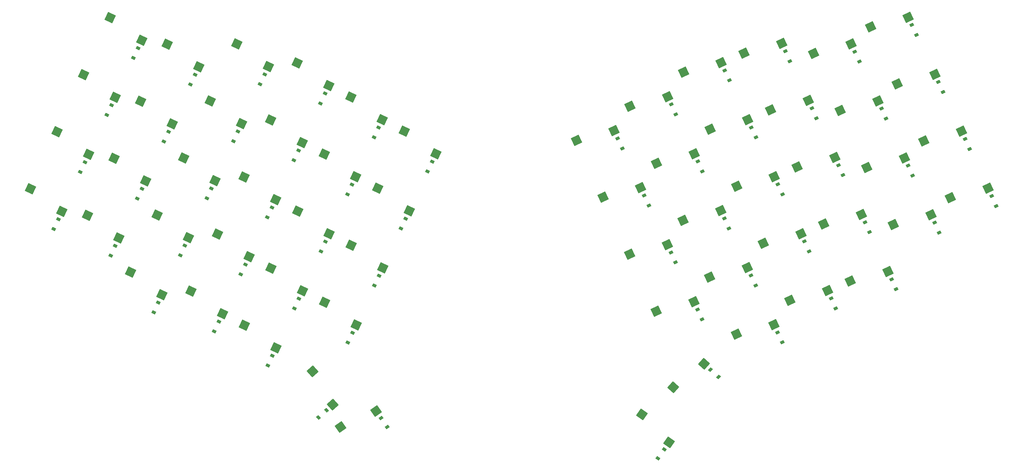
<source format=gbp>
%TF.GenerationSoftware,KiCad,Pcbnew,8.0.7*%
%TF.CreationDate,2024-12-23T04:44:47-05:00*%
%TF.ProjectId,mx,6d782e6b-6963-4616-945f-706362585858,v1.0.0*%
%TF.SameCoordinates,Original*%
%TF.FileFunction,Paste,Bot*%
%TF.FilePolarity,Positive*%
%FSLAX46Y46*%
G04 Gerber Fmt 4.6, Leading zero omitted, Abs format (unit mm)*
G04 Created by KiCad (PCBNEW 8.0.7) date 2024-12-23 04:44:47*
%MOMM*%
%LPD*%
G01*
G04 APERTURE LIST*
G04 Aperture macros list*
%AMRotRect*
0 Rectangle, with rotation*
0 The origin of the aperture is its center*
0 $1 length*
0 $2 width*
0 $3 Rotation angle, in degrees counterclockwise*
0 Add horizontal line*
21,1,$1,$2,0,0,$3*%
G04 Aperture macros list end*
%ADD10RotRect,0.900000X1.200000X65.000000*%
%ADD11RotRect,2.600000X2.600000X25.000000*%
%ADD12RotRect,0.900000X1.200000X115.000000*%
%ADD13RotRect,2.600000X2.600000X335.000000*%
%ADD14RotRect,0.900000X1.200000X55.000000*%
%ADD15RotRect,0.900000X1.200000X125.000000*%
%ADD16RotRect,2.600000X2.600000X48.000000*%
%ADD17RotRect,0.900000X1.200000X42.000000*%
%ADD18RotRect,2.600000X2.600000X312.000000*%
%ADD19RotRect,2.600000X2.600000X35.000000*%
%ADD20RotRect,2.600000X2.600000X325.000000*%
%ADD21RotRect,0.900000X1.200000X138.000000*%
G04 APERTURE END LIST*
D10*
X172366520Y-107758646D03*
X173761162Y-104767830D03*
D11*
X241702214Y-125886275D03*
X253099832Y-122998910D03*
X305459005Y-82308598D03*
X316856623Y-79421233D03*
D10*
X113683559Y-143452377D03*
X115078201Y-140461561D03*
D12*
X288010512Y-107712829D03*
X286615870Y-104722013D03*
D13*
X141062377Y-102484824D03*
X150600471Y-109359942D03*
D12*
X344666116Y-93982733D03*
X343271474Y-90991917D03*
D10*
X188575140Y-118075294D03*
X189969782Y-115084478D03*
X123954393Y-166502648D03*
X125349035Y-163511832D03*
D11*
X322724172Y-74257720D03*
X334121790Y-71370355D03*
X274012585Y-150099952D03*
X285410203Y-147212587D03*
D12*
X255593273Y-128346121D03*
X254198631Y-125355305D03*
X314383100Y-119192883D03*
X312988458Y-116202067D03*
D11*
X282170322Y-122518139D03*
X293567940Y-119630774D03*
D13*
X114689794Y-113964879D03*
X124227888Y-120839997D03*
D10*
X105632682Y-160717542D03*
X107027324Y-157726726D03*
X108716588Y-109027947D03*
X110111230Y-106037131D03*
D11*
X290221204Y-139783304D03*
X301618822Y-136895939D03*
D14*
X258328267Y-204917500D03*
X260221069Y-202214296D03*
D13*
X101671941Y-96805613D03*
X111210035Y-103680731D03*
D12*
X287903652Y-152559803D03*
X286509010Y-149568987D03*
D10*
X172473378Y-152605624D03*
X173868020Y-149614808D03*
X156157903Y-97441999D03*
X157552545Y-94451183D03*
X140163011Y-176819299D03*
X141557653Y-173828483D03*
X180524261Y-135340458D03*
X181918903Y-132349642D03*
D13*
X149113258Y-85219663D03*
X158651352Y-92094781D03*
X133118365Y-164596962D03*
X142656459Y-171472080D03*
D12*
X322433980Y-136458048D03*
X321039338Y-133467232D03*
D13*
X76355899Y-106019892D03*
X85893993Y-112895010D03*
D11*
X249859954Y-98304465D03*
X261257572Y-95417100D03*
D12*
X279852768Y-135294636D03*
X278458126Y-132303820D03*
X360767863Y-128513062D03*
X359373221Y-125522246D03*
X295954526Y-169824965D03*
X294559884Y-166834149D03*
D15*
X176346840Y-195424812D03*
X174454038Y-192721608D03*
D11*
X274119444Y-105252975D03*
X285517062Y-102365610D03*
D12*
X263644154Y-145611287D03*
X262249512Y-142620471D03*
X312163148Y-159508319D03*
X310768506Y-156517503D03*
D10*
X99502301Y-83711902D03*
X100896943Y-80721086D03*
D13*
X122740672Y-96699717D03*
X132278766Y-103574835D03*
D10*
X137836191Y-91656883D03*
X139230833Y-88666067D03*
X83400548Y-118242232D03*
X84795190Y-115251416D03*
D12*
X296061387Y-124977990D03*
X294666745Y-121987174D03*
D10*
X75349670Y-135507394D03*
X76744312Y-132516578D03*
D12*
X271801895Y-118029476D03*
X270407253Y-115038660D03*
D10*
X140056146Y-131972324D03*
X141450788Y-128981508D03*
D11*
X257803970Y-160416599D03*
X269201588Y-157529234D03*
D13*
X92457655Y-71489569D03*
X101995749Y-78364687D03*
D11*
X300492033Y-116733033D03*
X311889651Y-113845668D03*
D12*
X304112266Y-142243154D03*
X302717624Y-139252338D03*
D13*
X157377862Y-157648447D03*
X166915956Y-164523565D03*
D11*
X265961706Y-132834785D03*
X277359324Y-129947420D03*
D10*
X129785317Y-108922052D03*
X131179959Y-105931236D03*
D13*
X165428732Y-140383286D03*
X174966826Y-147258404D03*
D12*
X343502708Y-136563937D03*
X342108066Y-133573121D03*
D16*
X262956433Y-183449736D03*
X272319813Y-176338502D03*
D10*
X121734438Y-126187218D03*
X123129080Y-123196402D03*
D11*
X292441156Y-99467869D03*
X303838774Y-96580504D03*
D13*
X93621064Y-114070774D03*
X103159158Y-120945892D03*
D10*
X116767467Y-91762779D03*
X118162109Y-88771963D03*
D13*
X130791547Y-79434555D03*
X140329641Y-86309673D03*
X85570185Y-131335934D03*
X95108279Y-138211052D03*
X106638917Y-131230045D03*
X116177011Y-138105163D03*
D10*
X164422502Y-169870782D03*
X165817144Y-166879966D03*
D11*
X249753091Y-143151438D03*
X261150709Y-140264073D03*
D13*
X173479615Y-123118121D03*
X183017709Y-129993239D03*
D12*
X263751017Y-100764315D03*
X262356375Y-97773499D03*
X330484855Y-153723211D03*
X329090213Y-150732395D03*
X336615233Y-76717568D03*
X335220591Y-73726752D03*
D10*
X164315642Y-125023807D03*
X165710284Y-122032991D03*
D17*
X155487887Y-192585418D03*
X157940265Y-190377286D03*
D18*
X153778900Y-178582140D03*
X159872441Y-188637549D03*
D10*
X148107026Y-114707159D03*
X149501668Y-111716343D03*
D11*
X338825922Y-108788047D03*
X350223540Y-105900682D03*
D12*
X306332221Y-101927720D03*
X304937579Y-98936904D03*
D10*
X132005271Y-149237489D03*
X133399913Y-146246673D03*
D13*
X165321874Y-95536312D03*
X174859968Y-102411430D03*
X124960625Y-137015150D03*
X134498719Y-143890268D03*
D12*
X352716991Y-111247899D03*
X351322349Y-108257083D03*
D13*
X98588037Y-148495204D03*
X108126131Y-155370322D03*
D12*
X327400946Y-102033617D03*
X326006304Y-99042801D03*
X279959634Y-90447663D03*
X278564992Y-87456847D03*
D13*
X141169242Y-147331801D03*
X150707336Y-154206919D03*
X109722818Y-79540448D03*
X119260912Y-86415566D03*
D11*
X298272080Y-157048467D03*
X309669698Y-154161102D03*
X282063464Y-167365115D03*
X293461082Y-164477750D03*
X233651335Y-108621111D03*
X245048953Y-105733746D03*
X257910826Y-115569622D03*
X269308444Y-112682257D03*
X330775048Y-91522883D03*
X342172666Y-88635518D03*
X308542914Y-133998194D03*
X319940532Y-131110829D03*
X321560759Y-116838922D03*
X332958377Y-113951557D03*
D10*
X100665711Y-126293106D03*
X102060353Y-123302290D03*
D19*
X162239668Y-195414481D03*
X172962743Y-190591807D03*
D13*
X133011499Y-119749988D03*
X142549593Y-126625106D03*
D10*
X148213884Y-159554132D03*
X149608526Y-156563316D03*
D12*
X319350072Y-84768450D03*
X317955430Y-81777634D03*
D13*
X181530494Y-105852955D03*
X191068588Y-112728073D03*
D12*
X298281341Y-84662555D03*
X296886699Y-81671739D03*
X335451828Y-119298776D03*
X334057186Y-116307960D03*
D10*
X156264767Y-142288968D03*
X157659409Y-139298152D03*
D11*
X313509883Y-99573760D03*
X324907501Y-96686395D03*
D12*
X247542397Y-111080961D03*
X246147755Y-108090145D03*
D10*
X92614838Y-143558272D03*
X94009480Y-140567456D03*
D11*
X329611641Y-134104088D03*
X341009259Y-131216723D03*
D20*
X253513031Y-191657557D03*
X261712367Y-200084501D03*
D13*
X149220122Y-130066633D03*
X158758216Y-136941751D03*
X68305022Y-123285062D03*
X77843116Y-130160180D03*
X157270995Y-112801469D03*
X166809089Y-119676587D03*
D21*
X276704370Y-180286372D03*
X274251990Y-178078238D03*
D11*
X284390278Y-82202705D03*
X295787896Y-79315340D03*
D13*
X116909744Y-154280318D03*
X126447838Y-161155436D03*
D11*
X346876800Y-126053209D03*
X358274418Y-123165844D03*
D12*
X271695036Y-162876452D03*
X270300394Y-159885636D03*
D13*
X84406780Y-88754732D03*
X93944874Y-95629850D03*
D11*
X316593791Y-151263358D03*
X327991409Y-148375993D03*
D10*
X91451424Y-100977066D03*
X92846066Y-97986250D03*
D11*
X266068564Y-87987816D03*
X277466182Y-85100451D03*
M02*

</source>
